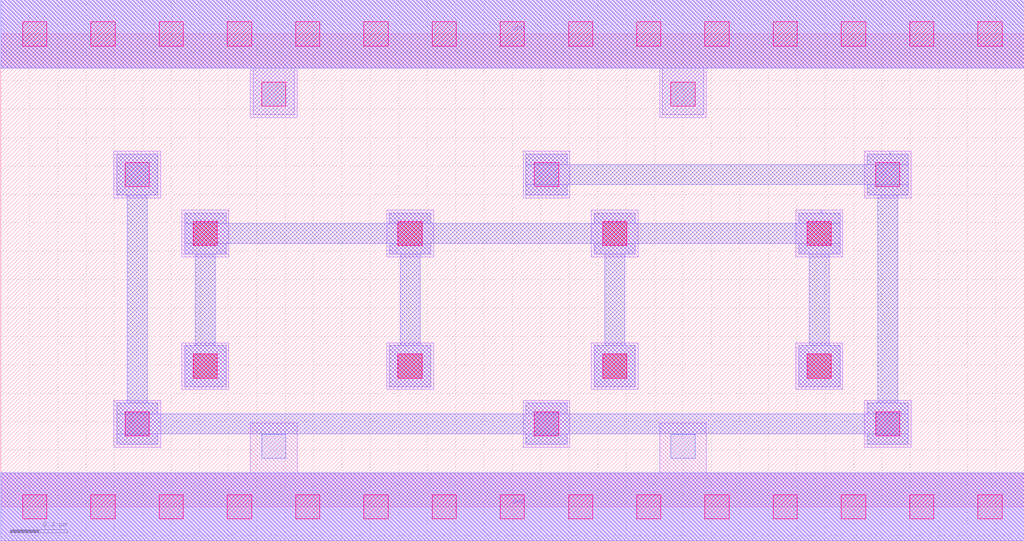
<source format=lef>
MACRO INVX8
 CLASS CORE ;
 FOREIGN INVX8 0 0 ;
 SIZE 7.2 BY 3.33 ;
 ORIGIN 0 0 ;
 SYMMETRY X Y R90 ;
 SITE unit ;
  PIN VDD
   DIRECTION INOUT ;
   USE POWER ;
   SHAPE ABUTMENT ;
    PORT
     CLASS CORE ;
       LAYER li1 ;
        RECT 0.00000000 3.09000000 7.20000000 3.57000000 ;
       LAYER met1 ;
        RECT 0.00000000 3.09000000 7.20000000 3.57000000 ;
    END
  END VDD

  PIN GND
   DIRECTION INOUT ;
   USE POWER ;
   SHAPE ABUTMENT ;
    PORT
     CLASS CORE ;
       LAYER li1 ;
        RECT 0.00000000 -0.24000000 7.20000000 0.24000000 ;
       LAYER met1 ;
        RECT 0.00000000 -0.24000000 7.20000000 0.24000000 ;
    END
  END GND

  PIN Y
   DIRECTION INOUT ;
   USE SIGNAL ;
   SHAPE ABUTMENT ;
    PORT
     CLASS CORE ;
       LAYER met1 ;
        RECT 0.81500000 0.44000000 1.10500000 0.51500000 ;
        RECT 3.69500000 0.44000000 3.98500000 0.51500000 ;
        RECT 6.09500000 0.44000000 6.38500000 0.51500000 ;
        RECT 0.81500000 0.51500000 6.38500000 0.65500000 ;
        RECT 0.81500000 0.65500000 1.10500000 0.73000000 ;
        RECT 3.69500000 0.65500000 3.98500000 0.73000000 ;
        RECT 6.09500000 0.65500000 6.38500000 0.73000000 ;
        RECT 0.89000000 0.73000000 1.03000000 2.19500000 ;
        RECT 6.17000000 0.73000000 6.31000000 2.19500000 ;
        RECT 3.69500000 2.19500000 3.98500000 2.27000000 ;
        RECT 6.09500000 2.19500000 6.38500000 2.27000000 ;
        RECT 3.69500000 2.27000000 6.38500000 2.41000000 ;
        RECT 0.81500000 2.19500000 1.10500000 2.48500000 ;
        RECT 3.69500000 2.41000000 3.98500000 2.48500000 ;
        RECT 6.09500000 2.41000000 6.38500000 2.48500000 ;
    END
  END Y

  PIN A
   DIRECTION INOUT ;
   USE SIGNAL ;
   SHAPE ABUTMENT ;
    PORT
     CLASS CORE ;
       LAYER met1 ;
        RECT 1.29500000 0.84500000 1.58500000 1.13500000 ;
        RECT 2.73500000 0.84500000 3.02500000 1.13500000 ;
        RECT 4.17500000 0.84500000 4.46500000 1.13500000 ;
        RECT 5.61500000 0.84500000 5.90500000 1.13500000 ;
        RECT 1.37000000 1.13500000 1.51000000 1.78000000 ;
        RECT 2.81000000 1.13500000 2.95000000 1.78000000 ;
        RECT 4.25000000 1.13500000 4.39000000 1.78000000 ;
        RECT 5.69000000 1.13500000 5.83000000 1.78000000 ;
        RECT 1.29500000 1.78000000 1.58500000 1.85500000 ;
        RECT 2.73500000 1.78000000 3.02500000 1.85500000 ;
        RECT 4.17500000 1.78000000 4.46500000 1.85500000 ;
        RECT 5.61500000 1.78000000 5.90500000 1.85500000 ;
        RECT 1.29500000 1.85500000 5.90500000 1.99500000 ;
        RECT 1.29500000 1.99500000 1.58500000 2.07000000 ;
        RECT 2.73500000 1.99500000 3.02500000 2.07000000 ;
        RECT 4.17500000 1.99500000 4.46500000 2.07000000 ;
        RECT 5.61500000 1.99500000 5.90500000 2.07000000 ;
    END
  END A

 OBS
    LAYER polycont ;
     RECT 1.35500000 0.90500000 1.52500000 1.07500000 ;
     RECT 2.79500000 0.90500000 2.96500000 1.07500000 ;
     RECT 4.23500000 0.90500000 4.40500000 1.07500000 ;
     RECT 5.67500000 0.90500000 5.84500000 1.07500000 ;
     RECT 1.35500000 1.84000000 1.52500000 2.01000000 ;
     RECT 2.79500000 1.84000000 2.96500000 2.01000000 ;
     RECT 4.23500000 1.84000000 4.40500000 2.01000000 ;
     RECT 5.67500000 1.84000000 5.84500000 2.01000000 ;

    LAYER pdiffc ;
     RECT 0.87500000 2.25500000 1.04500000 2.42500000 ;
     RECT 3.75500000 2.25500000 3.92500000 2.42500000 ;
     RECT 6.15500000 2.25500000 6.32500000 2.42500000 ;
     RECT 1.83500000 2.82000000 2.00500000 2.99000000 ;
     RECT 4.71500000 2.82000000 4.88500000 2.99000000 ;

    LAYER ndiffc ;
     RECT 1.83500000 0.34000000 2.00500000 0.51000000 ;
     RECT 4.71500000 0.34000000 4.88500000 0.51000000 ;
     RECT 0.87500000 0.50000000 1.04500000 0.67000000 ;
     RECT 3.75500000 0.50000000 3.92500000 0.67000000 ;
     RECT 6.15500000 0.50000000 6.32500000 0.67000000 ;

    LAYER li1 ;
     RECT 0.00000000 -0.24000000 7.20000000 0.24000000 ;
     RECT 1.75500000 0.24000000 2.08500000 0.59000000 ;
     RECT 4.63500000 0.24000000 4.96500000 0.59000000 ;
     RECT 0.79500000 0.42000000 1.12500000 0.75000000 ;
     RECT 3.67500000 0.42000000 4.00500000 0.75000000 ;
     RECT 6.07500000 0.42000000 6.40500000 0.75000000 ;
     RECT 1.27500000 0.82500000 1.60500000 1.15500000 ;
     RECT 2.71500000 0.82500000 3.04500000 1.15500000 ;
     RECT 4.15500000 0.82500000 4.48500000 1.15500000 ;
     RECT 5.59500000 0.82500000 5.92500000 1.15500000 ;
     RECT 1.27500000 1.76000000 1.60500000 2.09000000 ;
     RECT 2.71500000 1.76000000 3.04500000 2.09000000 ;
     RECT 4.15500000 1.76000000 4.48500000 2.09000000 ;
     RECT 5.59500000 1.76000000 5.92500000 2.09000000 ;
     RECT 0.79500000 2.17500000 1.12500000 2.50500000 ;
     RECT 3.67500000 2.17500000 4.00500000 2.50500000 ;
     RECT 6.07500000 2.17500000 6.40500000 2.50500000 ;
     RECT 1.75500000 2.74000000 2.08500000 3.09000000 ;
     RECT 4.63500000 2.74000000 4.96500000 3.09000000 ;
     RECT 0.00000000 3.09000000 7.20000000 3.57000000 ;

    LAYER viali ;
     RECT 0.15500000 -0.08500000 0.32500000 0.08500000 ;
     RECT 0.63500000 -0.08500000 0.80500000 0.08500000 ;
     RECT 1.11500000 -0.08500000 1.28500000 0.08500000 ;
     RECT 1.59500000 -0.08500000 1.76500000 0.08500000 ;
     RECT 2.07500000 -0.08500000 2.24500000 0.08500000 ;
     RECT 2.55500000 -0.08500000 2.72500000 0.08500000 ;
     RECT 3.03500000 -0.08500000 3.20500000 0.08500000 ;
     RECT 3.51500000 -0.08500000 3.68500000 0.08500000 ;
     RECT 3.99500000 -0.08500000 4.16500000 0.08500000 ;
     RECT 4.47500000 -0.08500000 4.64500000 0.08500000 ;
     RECT 4.95500000 -0.08500000 5.12500000 0.08500000 ;
     RECT 5.43500000 -0.08500000 5.60500000 0.08500000 ;
     RECT 5.91500000 -0.08500000 6.08500000 0.08500000 ;
     RECT 6.39500000 -0.08500000 6.56500000 0.08500000 ;
     RECT 6.87500000 -0.08500000 7.04500000 0.08500000 ;
     RECT 0.87500000 0.50000000 1.04500000 0.67000000 ;
     RECT 3.75500000 0.50000000 3.92500000 0.67000000 ;
     RECT 6.15500000 0.50000000 6.32500000 0.67000000 ;
     RECT 1.35500000 0.90500000 1.52500000 1.07500000 ;
     RECT 2.79500000 0.90500000 2.96500000 1.07500000 ;
     RECT 4.23500000 0.90500000 4.40500000 1.07500000 ;
     RECT 5.67500000 0.90500000 5.84500000 1.07500000 ;
     RECT 1.35500000 1.84000000 1.52500000 2.01000000 ;
     RECT 2.79500000 1.84000000 2.96500000 2.01000000 ;
     RECT 4.23500000 1.84000000 4.40500000 2.01000000 ;
     RECT 5.67500000 1.84000000 5.84500000 2.01000000 ;
     RECT 0.87500000 2.25500000 1.04500000 2.42500000 ;
     RECT 3.75500000 2.25500000 3.92500000 2.42500000 ;
     RECT 6.15500000 2.25500000 6.32500000 2.42500000 ;
     RECT 1.83500000 2.82000000 2.00500000 2.99000000 ;
     RECT 4.71500000 2.82000000 4.88500000 2.99000000 ;
     RECT 0.15500000 3.24500000 0.32500000 3.41500000 ;
     RECT 0.63500000 3.24500000 0.80500000 3.41500000 ;
     RECT 1.11500000 3.24500000 1.28500000 3.41500000 ;
     RECT 1.59500000 3.24500000 1.76500000 3.41500000 ;
     RECT 2.07500000 3.24500000 2.24500000 3.41500000 ;
     RECT 2.55500000 3.24500000 2.72500000 3.41500000 ;
     RECT 3.03500000 3.24500000 3.20500000 3.41500000 ;
     RECT 3.51500000 3.24500000 3.68500000 3.41500000 ;
     RECT 3.99500000 3.24500000 4.16500000 3.41500000 ;
     RECT 4.47500000 3.24500000 4.64500000 3.41500000 ;
     RECT 4.95500000 3.24500000 5.12500000 3.41500000 ;
     RECT 5.43500000 3.24500000 5.60500000 3.41500000 ;
     RECT 5.91500000 3.24500000 6.08500000 3.41500000 ;
     RECT 6.39500000 3.24500000 6.56500000 3.41500000 ;
     RECT 6.87500000 3.24500000 7.04500000 3.41500000 ;

    LAYER met1 ;
     RECT 0.00000000 -0.24000000 7.20000000 0.24000000 ;
     RECT 1.29500000 0.84500000 1.58500000 1.13500000 ;
     RECT 2.73500000 0.84500000 3.02500000 1.13500000 ;
     RECT 4.17500000 0.84500000 4.46500000 1.13500000 ;
     RECT 5.61500000 0.84500000 5.90500000 1.13500000 ;
     RECT 1.37000000 1.13500000 1.51000000 1.78000000 ;
     RECT 2.81000000 1.13500000 2.95000000 1.78000000 ;
     RECT 4.25000000 1.13500000 4.39000000 1.78000000 ;
     RECT 5.69000000 1.13500000 5.83000000 1.78000000 ;
     RECT 1.29500000 1.78000000 1.58500000 1.85500000 ;
     RECT 2.73500000 1.78000000 3.02500000 1.85500000 ;
     RECT 4.17500000 1.78000000 4.46500000 1.85500000 ;
     RECT 5.61500000 1.78000000 5.90500000 1.85500000 ;
     RECT 1.29500000 1.85500000 5.90500000 1.99500000 ;
     RECT 1.29500000 1.99500000 1.58500000 2.07000000 ;
     RECT 2.73500000 1.99500000 3.02500000 2.07000000 ;
     RECT 4.17500000 1.99500000 4.46500000 2.07000000 ;
     RECT 5.61500000 1.99500000 5.90500000 2.07000000 ;
     RECT 0.81500000 0.44000000 1.10500000 0.51500000 ;
     RECT 3.69500000 0.44000000 3.98500000 0.51500000 ;
     RECT 6.09500000 0.44000000 6.38500000 0.51500000 ;
     RECT 0.81500000 0.51500000 6.38500000 0.65500000 ;
     RECT 0.81500000 0.65500000 1.10500000 0.73000000 ;
     RECT 3.69500000 0.65500000 3.98500000 0.73000000 ;
     RECT 6.09500000 0.65500000 6.38500000 0.73000000 ;
     RECT 0.89000000 0.73000000 1.03000000 2.19500000 ;
     RECT 6.17000000 0.73000000 6.31000000 2.19500000 ;
     RECT 3.69500000 2.19500000 3.98500000 2.27000000 ;
     RECT 6.09500000 2.19500000 6.38500000 2.27000000 ;
     RECT 3.69500000 2.27000000 6.38500000 2.41000000 ;
     RECT 0.81500000 2.19500000 1.10500000 2.48500000 ;
     RECT 3.69500000 2.41000000 3.98500000 2.48500000 ;
     RECT 6.09500000 2.41000000 6.38500000 2.48500000 ;
     RECT 1.77500000 2.76000000 2.06500000 3.09000000 ;
     RECT 4.65500000 2.76000000 4.94500000 3.09000000 ;
     RECT 0.00000000 3.09000000 7.20000000 3.57000000 ;

 END
END INVX8

</source>
